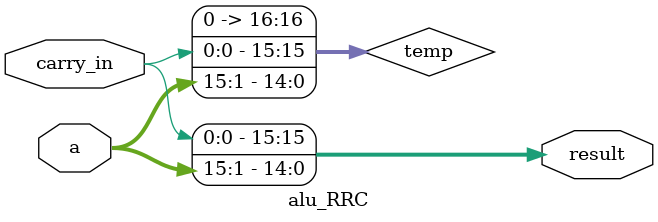
<source format=sv>
module alu_RRC (
   input  logic [15:0] a,        // Operand A
   input  logic        carry_in, // Carry
   output logic [15:0] result    // Result
);
   logic [16:0] temp;
   assign temp = {carry_in, a} >> 1;
   assign result = temp[15:0];
endmodule

</source>
